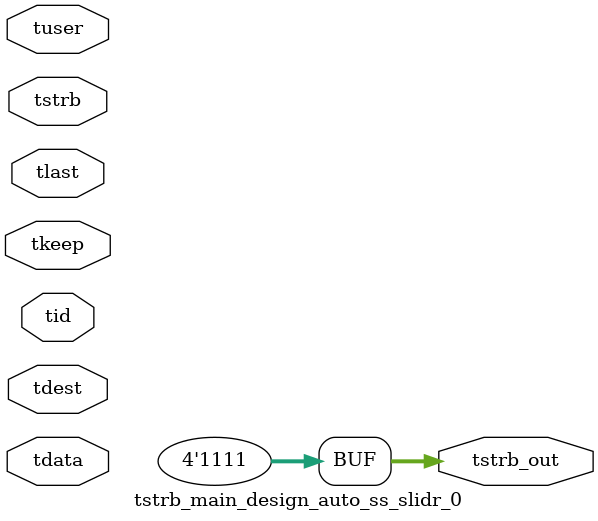
<source format=v>


`timescale 1ps/1ps

module tstrb_main_design_auto_ss_slidr_0 #
(
parameter C_S_AXIS_TDATA_WIDTH = 32,
parameter C_S_AXIS_TUSER_WIDTH = 0,
parameter C_S_AXIS_TID_WIDTH   = 0,
parameter C_S_AXIS_TDEST_WIDTH = 0,
parameter C_M_AXIS_TDATA_WIDTH = 32
)
(
input  [(C_S_AXIS_TDATA_WIDTH == 0 ? 1 : C_S_AXIS_TDATA_WIDTH)-1:0     ] tdata,
input  [(C_S_AXIS_TUSER_WIDTH == 0 ? 1 : C_S_AXIS_TUSER_WIDTH)-1:0     ] tuser,
input  [(C_S_AXIS_TID_WIDTH   == 0 ? 1 : C_S_AXIS_TID_WIDTH)-1:0       ] tid,
input  [(C_S_AXIS_TDEST_WIDTH == 0 ? 1 : C_S_AXIS_TDEST_WIDTH)-1:0     ] tdest,
input  [(C_S_AXIS_TDATA_WIDTH/8)-1:0 ] tkeep,
input  [(C_S_AXIS_TDATA_WIDTH/8)-1:0 ] tstrb,
input                                                                    tlast,
output [(C_M_AXIS_TDATA_WIDTH/8)-1:0 ] tstrb_out
);

assign tstrb_out = {4'b1111};

endmodule


</source>
